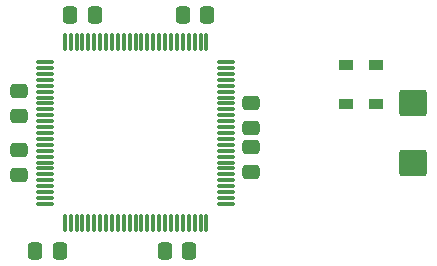
<source format=gtp>
G04 #@! TF.GenerationSoftware,KiCad,Pcbnew,6.0.10-86aedd382b~118~ubuntu18.04.1*
G04 #@! TF.CreationDate,2024-01-19T12:14:24+00:00*
G04 #@! TF.ProjectId,ReTuLaReMake,52655475-4c61-4526-954d-616b652e6b69,rev?*
G04 #@! TF.SameCoordinates,Original*
G04 #@! TF.FileFunction,Paste,Top*
G04 #@! TF.FilePolarity,Positive*
%FSLAX46Y46*%
G04 Gerber Fmt 4.6, Leading zero omitted, Abs format (unit mm)*
G04 Created by KiCad (PCBNEW 6.0.10-86aedd382b~118~ubuntu18.04.1) date 2024-01-19 12:14:24*
%MOMM*%
%LPD*%
G01*
G04 APERTURE LIST*
G04 Aperture macros list*
%AMRoundRect*
0 Rectangle with rounded corners*
0 $1 Rounding radius*
0 $2 $3 $4 $5 $6 $7 $8 $9 X,Y pos of 4 corners*
0 Add a 4 corners polygon primitive as box body*
4,1,4,$2,$3,$4,$5,$6,$7,$8,$9,$2,$3,0*
0 Add four circle primitives for the rounded corners*
1,1,$1+$1,$2,$3*
1,1,$1+$1,$4,$5*
1,1,$1+$1,$6,$7*
1,1,$1+$1,$8,$9*
0 Add four rect primitives between the rounded corners*
20,1,$1+$1,$2,$3,$4,$5,0*
20,1,$1+$1,$4,$5,$6,$7,0*
20,1,$1+$1,$6,$7,$8,$9,0*
20,1,$1+$1,$8,$9,$2,$3,0*%
G04 Aperture macros list end*
%ADD10RoundRect,0.250000X-0.925000X0.875000X-0.925000X-0.875000X0.925000X-0.875000X0.925000X0.875000X0*%
%ADD11RoundRect,0.250000X0.337500X0.475000X-0.337500X0.475000X-0.337500X-0.475000X0.337500X-0.475000X0*%
%ADD12RoundRect,0.250000X-0.475000X0.337500X-0.475000X-0.337500X0.475000X-0.337500X0.475000X0.337500X0*%
%ADD13R,1.200000X0.900000*%
%ADD14RoundRect,0.250000X0.475000X-0.337500X0.475000X0.337500X-0.475000X0.337500X-0.475000X-0.337500X0*%
%ADD15RoundRect,0.075000X0.075000X-0.662500X0.075000X0.662500X-0.075000X0.662500X-0.075000X-0.662500X0*%
%ADD16RoundRect,0.075000X0.662500X-0.075000X0.662500X0.075000X-0.662500X0.075000X-0.662500X-0.075000X0*%
%ADD17RoundRect,0.250000X-0.337500X-0.475000X0.337500X-0.475000X0.337500X0.475000X-0.337500X0.475000X0*%
G04 APERTURE END LIST*
D10*
X150495000Y-116840000D03*
X150495000Y-121940000D03*
D11*
X120575000Y-129380000D03*
X118500000Y-129380000D03*
D12*
X117130000Y-115842500D03*
X117130000Y-117917500D03*
D13*
X147320000Y-116965000D03*
X147320000Y-113665000D03*
D14*
X136750000Y-118917500D03*
X136750000Y-116842500D03*
D11*
X133075000Y-109380000D03*
X131000000Y-109380000D03*
D13*
X144780000Y-116965000D03*
X144780000Y-113665000D03*
D11*
X123537500Y-109380000D03*
X121462500Y-109380000D03*
D12*
X117130000Y-120842500D03*
X117130000Y-122917500D03*
D15*
X121000000Y-127042500D03*
X121500000Y-127042500D03*
X122000000Y-127042500D03*
X122500000Y-127042500D03*
X123000000Y-127042500D03*
X123500000Y-127042500D03*
X124000000Y-127042500D03*
X124500000Y-127042500D03*
X125000000Y-127042500D03*
X125500000Y-127042500D03*
X126000000Y-127042500D03*
X126500000Y-127042500D03*
X127000000Y-127042500D03*
X127500000Y-127042500D03*
X128000000Y-127042500D03*
X128500000Y-127042500D03*
X129000000Y-127042500D03*
X129500000Y-127042500D03*
X130000000Y-127042500D03*
X130500000Y-127042500D03*
X131000000Y-127042500D03*
X131500000Y-127042500D03*
X132000000Y-127042500D03*
X132500000Y-127042500D03*
X133000000Y-127042500D03*
D16*
X134662500Y-125380000D03*
X134662500Y-124880000D03*
X134662500Y-124380000D03*
X134662500Y-123880000D03*
X134662500Y-123380000D03*
X134662500Y-122880000D03*
X134662500Y-122380000D03*
X134662500Y-121880000D03*
X134662500Y-121380000D03*
X134662500Y-120880000D03*
X134662500Y-120380000D03*
X134662500Y-119880000D03*
X134662500Y-119380000D03*
X134662500Y-118880000D03*
X134662500Y-118380000D03*
X134662500Y-117880000D03*
X134662500Y-117380000D03*
X134662500Y-116880000D03*
X134662500Y-116380000D03*
X134662500Y-115880000D03*
X134662500Y-115380000D03*
X134662500Y-114880000D03*
X134662500Y-114380000D03*
X134662500Y-113880000D03*
X134662500Y-113380000D03*
D15*
X133000000Y-111717500D03*
X132500000Y-111717500D03*
X132000000Y-111717500D03*
X131500000Y-111717500D03*
X131000000Y-111717500D03*
X130500000Y-111717500D03*
X130000000Y-111717500D03*
X129500000Y-111717500D03*
X129000000Y-111717500D03*
X128500000Y-111717500D03*
X128000000Y-111717500D03*
X127500000Y-111717500D03*
X127000000Y-111717500D03*
X126500000Y-111717500D03*
X126000000Y-111717500D03*
X125500000Y-111717500D03*
X125000000Y-111717500D03*
X124500000Y-111717500D03*
X124000000Y-111717500D03*
X123500000Y-111717500D03*
X123000000Y-111717500D03*
X122500000Y-111717500D03*
X122000000Y-111717500D03*
X121500000Y-111717500D03*
X121000000Y-111717500D03*
D16*
X119337500Y-113380000D03*
X119337500Y-113880000D03*
X119337500Y-114380000D03*
X119337500Y-114880000D03*
X119337500Y-115380000D03*
X119337500Y-115880000D03*
X119337500Y-116380000D03*
X119337500Y-116880000D03*
X119337500Y-117380000D03*
X119337500Y-117880000D03*
X119337500Y-118380000D03*
X119337500Y-118880000D03*
X119337500Y-119380000D03*
X119337500Y-119880000D03*
X119337500Y-120380000D03*
X119337500Y-120880000D03*
X119337500Y-121380000D03*
X119337500Y-121880000D03*
X119337500Y-122380000D03*
X119337500Y-122880000D03*
X119337500Y-123380000D03*
X119337500Y-123880000D03*
X119337500Y-124380000D03*
X119337500Y-124880000D03*
X119337500Y-125380000D03*
D14*
X136750000Y-122680000D03*
X136750000Y-120605000D03*
D17*
X129462500Y-129380000D03*
X131537500Y-129380000D03*
M02*

</source>
